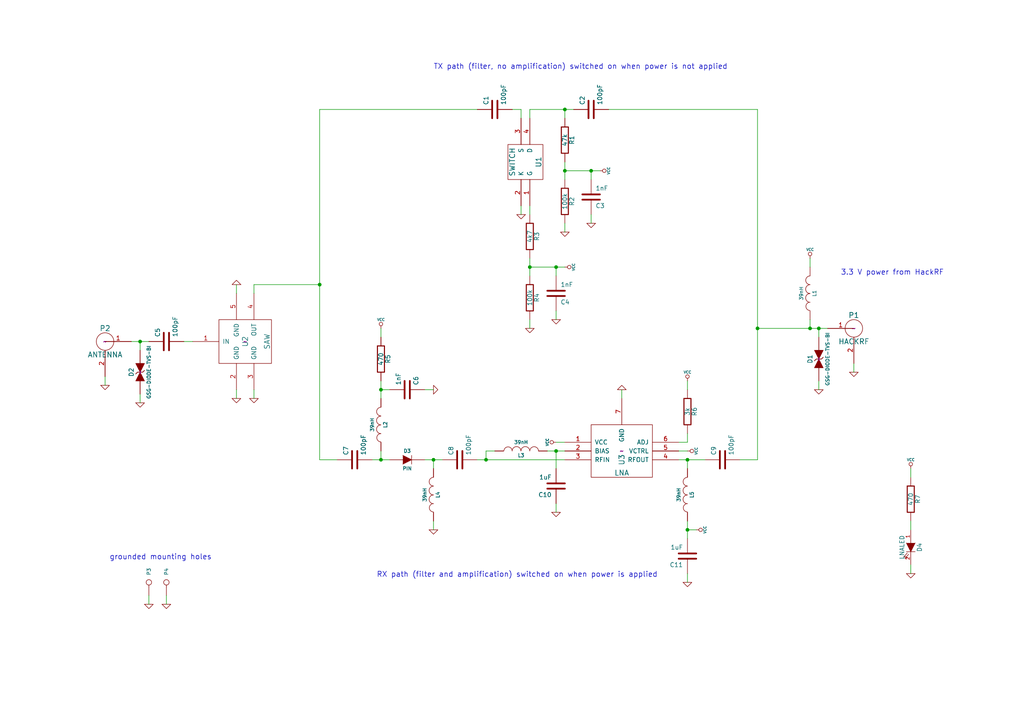
<source format=kicad_sch>
(kicad_sch (version 20230121) (generator eeschema)
  (paper "A4")
  (title_block (date "13 apr 2014"))
  (lib_symbols
    (symbol "LNA915-rescue:C" (pin_numbers hide) (pin_names (offset 0.254))
      (property "Reference" "C" (at 1.27 2.54 0))
      (property "Value" "C" (at 1.27 -2.54 0))
      (symbol "C_0_1"
        (polyline (pts (xy -2.54 -0.762) (xy 2.54 -0.762)) (stroke (width 0.508)))
        (polyline (pts (xy -2.54 0.762) (xy 2.54 0.762)) (stroke (width 0.508)))
      )
      (symbol "C_1_1"
        (pin passive line (at 0 5.08 270) (length 4.318) (name "~") (number "1"))
        (pin passive line (at 0 -5.08 90) (length 4.318) (name "~") (number "2"))
      )
    )
    (symbol "LNA915-rescue:CONN_1" (pin_numbers hide) (pin_names (offset 0.762) hide)
      (property "Reference" "P" (at 2.032 0 0))
      (symbol "CONN_1_0_1"
        (polyline (pts (xy -0.762 0) (xy -1.27 0)))
        (circle (center 0 0) (radius 0.7874))
      )
      (symbol "CONN_1_1_1"
        (pin passive line (at -3.81 0 0) (length 2.54) (name "1") (number "1"))
      )
    )
    (symbol "LNA915-rescue:DIODE" (pin_numbers hide) (pin_names (offset 1.016) hide)
      (property "Reference" "D" (at 0 2.54 0))
      (property "Value" "DIODE" (at 0 -2.54 0))
      (symbol "DIODE_0_1"
        (polyline (pts (xy 1.27 1.27) (xy 1.27 -1.27)) (stroke (width 0.1524)))
        (polyline (pts (xy -1.27 1.27) (xy 1.27 0) (xy -1.27 -1.27)) (fill (type outline)))
      )
      (symbol "DIODE_1_1"
        (pin passive line (at -5.08 0 0) (length 3.81) (name "A") (number "1"))
        (pin passive line (at 5.08 0 180) (length 3.81) (name "K") (number "2"))
      )
    )
    (symbol "LNA915-rescue:GND" (power) (pin_names (offset 0))
      (symbol "GND_0_1"
        (polyline (pts (xy -1.27 0) (xy 0 -1.27) (xy 1.27 0) (xy -1.27 0)))
      )
      (symbol "GND_1_1"
        (pin power_in line (at 0 0 90) (length 0) hide (name "GND") (number "1"))
      )
    )
    (symbol "LNA915-rescue:INDUCTOR" (pin_numbers hide) (pin_names (offset 1.016) hide)
      (property "Reference" "L" (at -1.27 0 90))
      (property "Value" "INDUCTOR" (at 2.54 0 90))
      (symbol "INDUCTOR_0_1"
        (arc (start 0.0254 -5.0546) (mid 1.2449 -3.8097) (end 0.0254 -2.54))
        (arc (start 0.0254 -2.5146) (mid 1.2703 -1.2444) (end 0.0254 0.0508))
        (arc (start 0.0254 0.0254) (mid 1.2703 1.2956) (end 0.0254 2.5908))
        (arc (start 0.0254 2.5654) (mid 1.1941 3.7595) (end 0.0254 4.9784))
      )
      (symbol "INDUCTOR_1_1"
        (pin passive line (at 0 7.62 270) (length 2.54) (name "1") (number "1"))
        (pin passive line (at 0 -7.62 90) (length 2.54) (name "2") (number "2"))
      )
    )
    (symbol "LNA915-rescue:LED" (pin_names (offset 1.016) hide)
      (property "Reference" "D" (at 0 2.54 0))
      (property "Value" "LED" (at 0 -2.54 0))
      (symbol "LED_0_1"
        (polyline (pts (xy 1.27 1.27) (xy 1.27 -1.27)))
        (polyline (pts (xy -1.27 1.27) (xy 1.27 0) (xy -1.27 -1.27)) (fill (type outline)))
        (polyline (pts (xy 1.651 -1.016) (xy 2.794 -2.032) (xy 2.667 -1.397)))
        (polyline (pts (xy 2.032 -0.635) (xy 3.175 -1.651) (xy 3.048 -1.016)))
      )
      (symbol "LED_1_1"
        (pin passive line (at -5.08 0 0) (length 3.81) (name "A") (number "1"))
        (pin passive line (at 5.08 0 180) (length 3.81) (name "K") (number "2"))
      )
    )
    (symbol "LNA915-rescue:R" (pin_numbers hide) (pin_names (offset 0))
      (property "Reference" "R" (at 2.032 0 90))
      (property "Value" "R" (at 0 0 90))
      (symbol "R_0_1"
        (rectangle (start -1.016 3.81) (end 1.016 -3.81) (stroke (width 0.3048)))
      )
      (symbol "R_1_1"
        (pin passive line (at 0 6.35 270) (length 2.54) (name "~") (number "1"))
        (pin passive line (at 0 -6.35 90) (length 2.54) (name "~") (number "2"))
      )
    )
    (symbol "LNA915-rescue:VCC" (power) (pin_names (offset 0))
      (property "Value" "VCC" (at 0 2.54 0))
      (symbol "VCC_0_0"
        (pin power_in line (at 0 0 90) (length 0) hide (name "VCC") (number "1"))
      )
      (symbol "VCC_0_1"
        (polyline (pts (xy 0 0) (xy 0 0.762) (xy 0 0.762)))
        (circle (center 0 1.27) (radius 0.508))
      )
    )
    (symbol "hackrf:BF1118" (pin_names (offset 1.016))
      (property "Reference" "U" (at 0 3.81 0))
      (property "Value" "BF1118" (at 0 -3.81 0))
      (symbol "BF1118_0_1"
        (rectangle (start -5.08 5.08) (end 5.08 -5.08))
      )
      (symbol "BF1118_1_1"
        (pin input line (at -12.7 1.27 0) (length 7.62) (name "G") (number "1"))
        (pin power_in line (at -12.7 -1.27 0) (length 7.62) (name "K") (number "2"))
        (pin bidirectional line (at 12.7 -1.27 180) (length 7.62) (name "S") (number "3"))
        (pin bidirectional line (at 12.7 1.27 180) (length 7.62) (name "D") (number "4"))
      )
    )
    (symbol "hackrf:BGB741L7ESD" (pin_names (offset 1.016))
      (property "Reference" "U" (at 0 -2.54 90))
      (property "Value" "BGB741L7ESD" (at 0 -6.35 0))
      (symbol "BGB741L7ESD_0_1"
        (rectangle (start -8.89 7.62) (end 8.89 -7.62))
      )
      (symbol "BGB741L7ESD_1_1"
        (pin power_in line (at -16.51 2.54 0) (length 7.62) (name "VCC") (number "1"))
        (pin output line (at -16.51 0 0) (length 7.62) (name "BIAS") (number "2"))
        (pin input line (at -16.51 -2.54 0) (length 7.62) (name "RFIN") (number "3"))
        (pin output line (at 16.51 -2.54 180) (length 7.62) (name "RFOUT") (number "4"))
        (pin input line (at 16.51 0 180) (length 7.62) (name "VCTRL") (number "5"))
        (pin input line (at 16.51 2.54 180) (length 7.62) (name "ADJ") (number "6"))
        (pin power_in line (at 0 15.24 270) (length 7.62) (name "GND") (number "7"))
      )
    )
    (symbol "hackrf:FAR-F5QA" (pin_names (offset 1.016))
      (property "Reference" "U" (at 0 0 90))
      (property "Value" "FAR-F5QA" (at 6.35 0 90))
      (symbol "FAR-F5QA_0_1"
        (rectangle (start -7.62 6.35) (end 7.62 -6.35))
      )
      (symbol "FAR-F5QA_1_1"
        (pin bidirectional line (at -15.24 0 0) (length 7.62) (name "IN") (number "1"))
        (pin power_in line (at -2.54 -13.97 90) (length 7.62) (name "GND") (number "2"))
        (pin power_in line (at 2.54 -13.97 90) (length 7.62) (name "GND") (number "3"))
        (pin bidirectional line (at 2.54 13.97 270) (length 7.62) (name "OUT") (number "4"))
        (pin power_in line (at -2.54 13.97 270) (length 7.62) (name "GND") (number "5"))
      )
    )
    (symbol "hackrf:GSG-DIODE-TVS-BI" (pin_numbers hide) (pin_names (offset 1.016) hide)
      (property "Reference" "D" (at 0 2.54 0))
      (property "Value" "GSG-DIODE-TVS-BI" (at 0 -2.54 0))
      (symbol "GSG-DIODE-TVS-BI_0_1"
        (polyline (pts (xy -0.508 1.27) (xy 0 0.762) (xy 0 -0.762) (xy 0.508 -1.27) (xy 0.508 -1.27)) (stroke (width 0.2032)))
        (polyline (pts (xy 0 0) (xy -2.54 1.27) (xy -2.54 -1.27) (xy 0 0) (xy 0 0)) (fill (type outline)))
        (polyline (pts (xy 0 0) (xy 2.54 1.27) (xy 2.54 -1.27) (xy 0 0) (xy 0 0)) (fill (type outline)))
      )
      (symbol "GSG-DIODE-TVS-BI_1_1"
        (pin passive line (at -6.35 0 0) (length 3.81) (name "A") (number "1"))
        (pin passive line (at 6.35 0 180) (length 3.81) (name "K") (number "2"))
      )
    )
    (symbol "hackrf:GSG-RF-CONN" (pin_names (offset 0) hide)
      (property "Reference" "P" (at 0 3.81 0))
      (property "Value" "GSG-RF-CONN" (at 0 -3.81 0))
      (symbol "GSG-RF-CONN_0_1"
        (circle (center 0 0) (radius 2.54))
      )
      (symbol "GSG-RF-CONN_1_1"
        (pin bidirectional line (at 7.62 0 180) (length 7.62) (name "RF") (number "1"))
        (pin power_in line (at 0 -10.16 90) (length 7.62) (name "GND") (number "2"))
      )
    )
  )
  (junction (at 237.49 95.25))
  (junction (at 140.97 133.35))
  (junction (at 199.39 153.67))
  (junction (at 40.64 99.06))
  (junction (at 125.73 133.35))
  (junction (at 163.83 49.53))
  (junction (at 199.39 133.35))
  (junction (at 171.45 49.53))
  (junction (at 219.71 95.25))
  (junction (at 161.29 130.81))
  (junction (at 153.67 77.47))
  (junction (at 110.49 133.35))
  (junction (at 110.49 113.03))
  (junction (at 92.71 82.55))
  (junction (at 161.29 77.47))
  (junction (at 234.95 95.25))
  (junction (at 163.83 31.75))
  (wire (pts (xy 125.73 133.35) (xy 125.73 135.89)))
  (wire (pts (xy 219.71 95.25) (xy 219.71 133.35)))
  (wire (pts (xy 151.13 31.75) (xy 148.59 31.75)))
  (wire (pts (xy 171.45 49.53) (xy 173.99 49.53)))
  (wire (pts (xy 161.29 130.81) (xy 161.29 135.89)))
  (wire (pts (xy 125.73 153.67) (xy 125.73 151.13)))
  (wire (pts (xy 163.83 31.75) (xy 166.37 31.75)))
  (wire (pts (xy 110.49 110.49) (xy 110.49 113.03)))
  (wire (pts (xy 73.66 82.55) (xy 73.66 85.09)))
  (wire (pts (xy 199.39 151.13) (xy 199.39 153.67)))
  (wire (pts (xy 161.29 92.71) (xy 161.29 90.17)))
  (wire (pts (xy 161.29 130.81) (xy 163.83 130.81)))
  (wire (pts (xy 48.26 172.72) (xy 48.26 175.26)))
  (wire (pts (xy 199.39 153.67) (xy 201.93 153.67)))
  (wire (pts (xy 264.16 163.83) (xy 264.16 166.37)))
  (wire (pts (xy 234.95 92.71) (xy 234.95 95.25)))
  (wire (pts (xy 68.58 82.55) (xy 68.58 85.09)))
  (wire (pts (xy 161.29 148.59) (xy 161.29 146.05)))
  (wire (pts (xy 53.34 99.06) (xy 55.88 99.06)))
  (wire (pts (xy 151.13 62.23) (xy 151.13 59.69)))
  (wire (pts (xy 92.71 31.75) (xy 92.71 82.55)))
  (wire (pts (xy 161.29 128.27) (xy 163.83 128.27)))
  (wire (pts (xy 151.13 34.29) (xy 151.13 31.75)))
  (wire (pts (xy 40.64 99.06) (xy 40.64 101.6)))
  (wire (pts (xy 163.83 49.53) (xy 163.83 52.07)))
  (wire (pts (xy 264.16 135.89) (xy 264.16 138.43)))
  (wire (pts (xy 161.29 77.47) (xy 161.29 80.01)))
  (wire (pts (xy 219.71 31.75) (xy 219.71 95.25)))
  (wire (pts (xy 237.49 95.25) (xy 237.49 97.79)))
  (wire (pts (xy 40.64 99.06) (xy 43.18 99.06)))
  (wire (pts (xy 110.49 133.35) (xy 113.03 133.35)))
  (wire (pts (xy 68.58 113.03) (xy 68.58 115.57)))
  (wire (pts (xy 30.48 111.76) (xy 30.48 109.22)))
  (wire (pts (xy 163.83 46.99) (xy 163.83 49.53)))
  (wire (pts (xy 110.49 95.25) (xy 110.49 97.79)))
  (wire (pts (xy 110.49 113.03) (xy 110.49 115.57)))
  (wire (pts (xy 158.75 130.81) (xy 161.29 130.81)))
  (wire (pts (xy 153.67 77.47) (xy 161.29 77.47)))
  (wire (pts (xy 140.97 130.81) (xy 140.97 133.35)))
  (wire (pts (xy 153.67 77.47) (xy 153.67 80.01)))
  (wire (pts (xy 161.29 77.47) (xy 163.83 77.47)))
  (wire (pts (xy 219.71 95.25) (xy 234.95 95.25)))
  (wire (pts (xy 153.67 34.29) (xy 153.67 31.75)))
  (wire (pts (xy 153.67 31.75) (xy 163.83 31.75)))
  (wire (pts (xy 219.71 133.35) (xy 214.63 133.35)))
  (wire (pts (xy 199.39 128.27) (xy 199.39 125.73)))
  (wire (pts (xy 110.49 113.03) (xy 113.03 113.03)))
  (wire (pts (xy 196.85 130.81) (xy 199.39 130.81)))
  (wire (pts (xy 92.71 82.55) (xy 92.71 133.35)))
  (wire (pts (xy 199.39 110.49) (xy 199.39 113.03)))
  (wire (pts (xy 196.85 128.27) (xy 199.39 128.27)))
  (wire (pts (xy 92.71 31.75) (xy 138.43 31.75)))
  (wire (pts (xy 110.49 130.81) (xy 110.49 133.35)))
  (wire (pts (xy 140.97 133.35) (xy 163.83 133.35)))
  (wire (pts (xy 125.73 113.03) (xy 123.19 113.03)))
  (wire (pts (xy 234.95 95.25) (xy 237.49 95.25)))
  (wire (pts (xy 199.39 166.37) (xy 199.39 168.91)))
  (wire (pts (xy 92.71 133.35) (xy 97.79 133.35)))
  (wire (pts (xy 138.43 133.35) (xy 140.97 133.35)))
  (wire (pts (xy 176.53 31.75) (xy 219.71 31.75)))
  (wire (pts (xy 163.83 64.77) (xy 163.83 67.31)))
  (wire (pts (xy 199.39 133.35) (xy 204.47 133.35)))
  (wire (pts (xy 92.71 82.55) (xy 73.66 82.55)))
  (wire (pts (xy 264.16 151.13) (xy 264.16 153.67)))
  (wire (pts (xy 73.66 113.03) (xy 73.66 115.57)))
  (wire (pts (xy 237.49 95.25) (xy 240.03 95.25)))
  (wire (pts (xy 153.67 74.93) (xy 153.67 77.47)))
  (wire (pts (xy 199.39 153.67) (xy 199.39 156.21)))
  (wire (pts (xy 125.73 133.35) (xy 128.27 133.35)))
  (wire (pts (xy 38.1 99.06) (xy 40.64 99.06)))
  (wire (pts (xy 163.83 49.53) (xy 171.45 49.53)))
  (wire (pts (xy 199.39 133.35) (xy 199.39 135.89)))
  (wire (pts (xy 180.34 113.03) (xy 180.34 115.57)))
  (wire (pts (xy 153.67 95.25) (xy 153.67 92.71)))
  (wire (pts (xy 237.49 110.49) (xy 237.49 113.03)))
  (wire (pts (xy 123.19 133.35) (xy 125.73 133.35)))
  (wire (pts (xy 171.45 49.53) (xy 171.45 52.07)))
  (wire (pts (xy 234.95 74.93) (xy 234.95 77.47)))
  (wire (pts (xy 247.65 105.41) (xy 247.65 107.95)))
  (wire (pts (xy 43.18 172.72) (xy 43.18 175.26)))
  (wire (pts (xy 171.45 64.77) (xy 171.45 62.23)))
  (wire (pts (xy 40.64 116.84) (xy 40.64 114.3)))
  (wire (pts (xy 143.51 130.81) (xy 140.97 130.81)))
  (wire (pts (xy 163.83 31.75) (xy 163.83 34.29)))
  (wire (pts (xy 196.85 133.35) (xy 199.39 133.35)))
  (wire (pts (xy 107.95 133.35) (xy 110.49 133.35)))
  (wire (pts (xy 153.67 59.69) (xy 153.67 62.23)))
  (text "grounded mounting holes" (at 31.75 162.56 0) (effects (font (size 1.524 1.524)) (justify left bottom)))
  (text "TX path (filter, no amplification) switched on when power is not applied" (at 125.73 20.32 0) (effects (font (size 1.524 1.524)) (justify left bottom)))
  (text "3.3 V power from HackRF" (at 243.84 80.01 0) (effects (font (size 1.524 1.524)) (justify left bottom)))
  (text "RX path (filter and amplification) switched on when power is applied\n" (at 109.22 167.64 0) (effects (font (size 1.524 1.524)) (justify left bottom)))
  (symbol (lib_id "LNA915-rescue:DIODE") (at 118.11 133.35 0) (unit 1)
    (property "Reference" "D3" (at 118.11 130.81 0) (effects (font (size 1.016 1.016))))
    (property "Value" "PIN" (at 118.11 135.89 0) (effects (font (size 1.016 1.016))))
    (property "Manufacturer" "NXP" (effects hide))
    (property "Part Number" "BAP50-03" (effects hide))
    (property "Description" "DIODE PIN GP 50V 100MA SOD323" (effects hide))
  )
  (symbol (lib_id "hackrf:GSG-RF-CONN") (at 247.65 95.25 0) (mirror y) (unit 1)
    (property "Reference" "P1" (at 247.65 91.44 0) (effects (font (size 1.524 1.524))))
    (property "Value" "HACKRF" (at 247.65 99.06 0) (effects (font (size 1.524 1.524))))
    (property "Footprint" "~" (at 247.65 95.25 0) (effects (font (size 1.524 1.524))))
    (property "Datasheet" "~" (at 247.65 95.25 0) (effects (font (size 1.524 1.524))))
    (property "Manufacturer" "Linx Technology" (effects hide))
    (property "Part Number" "CONSMA003.062" (effects hide))
    (property "Description" "CONN SMA JACK 50 OHM EDGE MNT" (effects hide))
  )
  (symbol (lib_id "hackrf:GSG-DIODE-TVS-BI") (at 237.49 104.14 90) (unit 1)
    (property "Reference" "D1" (at 234.95 104.14 0))
    (property "Value" "GSG-DIODE-TVS-BI" (at 240.03 104.14 0) (effects (font (size 1.016 1.016))))
    (property "Footprint" "~" (at 237.49 104.14 0) (effects (font (size 1.524 1.524))))
    (property "Datasheet" "~" (at 237.49 104.14 0) (effects (font (size 1.524 1.524))))
    (property "Manufacturer" "Murata" (effects hide))
    (property "Part Number" "LXES15AAA1-100" (effects hide))
    (property "Description" "TVS DIODE ESD .05PF 15KV 0402" (effects hide))
  )
  (symbol (lib_id "LNA915-rescue:GND") (at 247.65 107.95 0) (unit 1)
    (property "Reference" "#PWR01" (effects hide))
    (property "Value" "GND" (effects hide))
  )
  (symbol (lib_id "LNA915-rescue:GND") (at 237.49 113.03 0) (unit 1)
    (property "Reference" "#PWR02" (effects hide))
    (property "Value" "GND" (effects hide))
  )
  (symbol (lib_id "LNA915-rescue:GND") (at 40.64 116.84 0) (unit 1)
    (property "Reference" "#PWR03" (effects hide))
    (property "Value" "GND" (effects hide))
  )
  (symbol (lib_id "LNA915-rescue:GND") (at 30.48 111.76 0) (unit 1)
    (property "Reference" "#PWR04" (effects hide))
    (property "Value" "GND" (effects hide))
  )
  (symbol (lib_id "LNA915-rescue:C") (at 48.26 99.06 90) (unit 1)
    (property "Reference" "C5" (at 45.72 97.79 0) (effects (justify left)))
    (property "Value" "100pF" (at 50.8 97.79 0) (effects (justify left)))
    (property "Manufacturer" "Murata" (effects hide))
    (property "Part Number" "GRM1555C1H101JA01D" (effects hide))
    (property "Description" "CAP CER 100PF 50V 5% NP0 0402" (effects hide))
  )
  (symbol (lib_id "hackrf:FAR-F5QA") (at 71.12 99.06 0) (unit 1)
    (property "Reference" "U2" (at 71.12 99.06 90) (effects (font (size 1.524 1.524))))
    (property "Value" "SAW" (at 77.47 99.06 90) (effects (font (size 1.524 1.524))))
    (property "Footprint" "~" (at 71.12 99.06 0) (effects (font (size 1.524 1.524))))
    (property "Datasheet" "~" (at 71.12 99.06 0) (effects (font (size 1.524 1.524))))
    (property "Manufacturer" "Taiyo Yuden" (effects hide))
    (property "Part Number" "FAR-F5QA-915M00-M2AK-J" (effects hide))
    (property "Description" "FILTER SAW 915MHZ ISM900 SMD" (effects hide))
  )
  (symbol (lib_id "LNA915-rescue:GND") (at 68.58 115.57 0) (unit 1)
    (property "Reference" "#PWR05" (effects hide))
    (property "Value" "GND" (effects hide))
  )
  (symbol (lib_id "LNA915-rescue:GND") (at 73.66 115.57 0) (unit 1)
    (property "Reference" "#PWR06" (effects hide))
    (property "Value" "GND" (effects hide))
  )
  (symbol (lib_id "LNA915-rescue:GND") (at 68.58 82.55 180) (unit 1)
    (property "Reference" "#PWR07" (effects hide))
    (property "Value" "GND" (effects hide))
  )
  (symbol (lib_id "LNA915-rescue:LED") (at 264.16 158.75 270) (unit 1)
    (property "Reference" "D4" (at 266.7 158.75 0))
    (property "Value" "LNALED" (at 261.62 158.75 0))
    (property "Manufacturer" "Everlight" (effects hide))
    (property "Part Number" "QTLP601C4TR" (effects hide))
    (property "Description" "LED GREEN STD BRIGHT 0603 SMD" (effects hide))
  )
  (symbol (lib_id "hackrf:BGB741L7ESD") (at 180.34 130.81 0) (unit 1)
    (property "Reference" "U3" (at 180.34 133.35 90) (effects (font (size 1.524 1.524))))
    (property "Value" "LNA" (at 180.34 137.16 0) (effects (font (size 1.524 1.524))))
    (property "Footprint" "~" (at 180.34 130.81 0) (effects (font (size 1.524 1.524))))
    (property "Datasheet" "~" (at 180.34 130.81 0) (effects (font (size 1.524 1.524))))
    (property "Manufacturer" "Infineon" (effects hide))
    (property "Part Number" "BGB 741L7ESD E6327" (effects hide))
    (property "Description" "IC AMP MMIC LNA TSLP7-1" (effects hide))
  )
  (symbol (lib_id "LNA915-rescue:GND") (at 180.34 113.03 180) (unit 1)
    (property "Reference" "#PWR08" (effects hide))
    (property "Value" "GND" (effects hide))
  )
  (symbol (lib_id "LNA915-rescue:VCC") (at 161.29 128.27 90) (unit 1)
    (property "Reference" "#PWR09" (effects hide))
    (property "Value" "VCC" (at 158.75 128.27 0) (effects (font (size 0.762 0.762))))
  )
  (symbol (lib_id "LNA915-rescue:R") (at 199.39 119.38 0) (unit 1)
    (property "Reference" "R6" (at 201.422 119.38 90))
    (property "Value" "3k" (at 199.39 119.38 90))
    (property "Manufacturer" "Stackpole" (effects hide))
    (property "Part Number" "RMCF0402FT3K00" (effects hide))
    (property "Description" "RES 3K OHM 1/16W 1% 0402" (effects hide))
  )
  (symbol (lib_id "LNA915-rescue:VCC") (at 199.39 110.49 0) (unit 1)
    (property "Reference" "#PWR010" (effects hide))
    (property "Value" "VCC" (at 199.39 107.95 0) (effects (font (size 0.762 0.762))))
  )
  (symbol (lib_id "LNA915-rescue:VCC") (at 199.39 130.81 270) (unit 1)
    (property "Reference" "#PWR011" (effects hide))
    (property "Value" "VCC" (at 201.93 130.81 0) (effects (font (size 0.762 0.762))))
  )
  (symbol (lib_id "LNA915-rescue:INDUCTOR") (at 199.39 143.51 180) (unit 1)
    (property "Reference" "L5" (at 200.66 143.51 90) (effects (font (size 1.016 1.016))))
    (property "Value" "39nH" (at 196.85 143.51 90) (effects (font (size 1.016 1.016))))
    (property "Manufacturer" "Taiyo Yuden" (effects hide))
    (property "Part Number" "HK100539NJ-T" (effects hide))
    (property "Description" "INDUCTOR HI FREQ 39NH 5% 0402" (effects hide))
  )
  (symbol (lib_id "LNA915-rescue:VCC") (at 201.93 153.67 270) (unit 1)
    (property "Reference" "#PWR012" (effects hide))
    (property "Value" "VCC" (at 204.47 153.67 0) (effects (font (size 0.762 0.762))))
  )
  (symbol (lib_id "LNA915-rescue:C") (at 161.29 140.97 180) (unit 1)
    (property "Reference" "C10" (at 160.02 143.51 0) (effects (justify left)))
    (property "Value" "1uF" (at 160.02 138.43 0) (effects (justify left)))
    (property "Manufacturer" "Taiyo Yuden" (effects hide))
    (property "Part Number" "LMK105BJ105KV-F" (effects hide))
    (property "Description" "CAP CER 1UF 10V 10% X5R 0402" (effects hide))
  )
  (symbol (lib_id "LNA915-rescue:GND") (at 161.29 148.59 0) (unit 1)
    (property "Reference" "#PWR013" (effects hide))
    (property "Value" "GND" (effects hide))
  )
  (symbol (lib_id "LNA915-rescue:GND") (at 199.39 168.91 0) (unit 1)
    (property "Reference" "#PWR014" (effects hide))
    (property "Value" "GND" (effects hide))
  )
  (symbol (lib_id "LNA915-rescue:INDUCTOR") (at 151.13 130.81 90) (unit 1)
    (property "Reference" "L3" (at 151.13 132.08 90) (effects (font (size 1.016 1.016))))
    (property "Value" "39nH" (at 151.13 128.27 90) (effects (font (size 1.016 1.016))))
    (property "Manufacturer" "Taiyo Yuden" (effects hide))
    (property "Part Number" "HK100539NJ-T" (effects hide))
    (property "Description" "INDUCTOR HI FREQ 39NH 5% 0402" (effects hide))
  )
  (symbol (lib_id "LNA915-rescue:INDUCTOR") (at 234.95 85.09 180) (unit 1)
    (property "Reference" "L1" (at 236.22 85.09 90) (effects (font (size 1.016 1.016))))
    (property "Value" "39nH" (at 232.41 85.09 90) (effects (font (size 1.016 1.016))))
    (property "Manufacturer" "Taiyo Yuden" (effects hide))
    (property "Part Number" "HK100539NJ-T" (effects hide))
    (property "Description" "INDUCTOR HI FREQ 39NH 5% 0402" (effects hide))
  )
  (symbol (lib_id "LNA915-rescue:VCC") (at 234.95 74.93 0) (unit 1)
    (property "Reference" "#PWR015" (effects hide))
    (property "Value" "VCC" (at 234.95 72.39 0) (effects (font (size 0.762 0.762))))
  )
  (symbol (lib_id "LNA915-rescue:R") (at 264.16 144.78 0) (unit 1)
    (property "Reference" "R7" (at 266.192 144.78 90))
    (property "Value" "470" (at 264.16 144.78 90))
    (property "Manufacturer" "Stackpole" (effects hide))
    (property "Part Number" "RMCF0402JT470R" (effects hide))
    (property "Description" "RES TF 1/16W 470 OHM 5% 0402" (effects hide))
  )
  (symbol (lib_id "LNA915-rescue:GND") (at 264.16 166.37 0) (unit 1)
    (property "Reference" "#PWR016" (effects hide))
    (property "Value" "GND" (effects hide))
  )
  (symbol (lib_id "LNA915-rescue:VCC") (at 264.16 135.89 0) (unit 1)
    (property "Reference" "#PWR017" (effects hide))
    (property "Value" "VCC" (at 264.16 133.35 0) (effects (font (size 0.762 0.762))))
  )
  (symbol (lib_id "hackrf:BF1118") (at 152.4 46.99 270) (mirror x) (unit 1)
    (property "Reference" "U1" (at 156.21 46.99 0) (effects (font (size 1.524 1.524))))
    (property "Value" "SWITCH" (at 148.59 46.99 0) (effects (font (size 1.524 1.524))))
    (property "Manufacturer" "NXP" (effects hide))
    (property "Part Number" "BF1118,215" (effects hide))
    (property "Description" "IC RF SWITCH SOT143B" (effects hide))
  )
  (symbol (lib_id "LNA915-rescue:R") (at 163.83 40.64 0) (mirror x) (unit 1)
    (property "Reference" "R1" (at 165.862 40.64 90))
    (property "Value" "47k" (at 163.83 40.64 90))
    (property "Manufacturer" "Stackpole" (effects hide))
    (property "Part Number" "RMCF0402JT47K0" (effects hide))
    (property "Description" "RES 47K OHM 1/16W 5% 0402" (effects hide))
  )
  (symbol (lib_id "LNA915-rescue:GND") (at 171.45 64.77 0) (mirror y) (unit 1)
    (property "Reference" "#PWR018" (effects hide))
    (property "Value" "GND" (effects hide))
  )
  (symbol (lib_id "LNA915-rescue:GND") (at 163.83 67.31 0) (mirror y) (unit 1)
    (property "Reference" "#PWR019" (effects hide))
    (property "Value" "GND" (effects hide))
  )
  (symbol (lib_id "LNA915-rescue:VCC") (at 173.99 49.53 270) (mirror x) (unit 1)
    (property "Reference" "#PWR020" (effects hide))
    (property "Value" "VCC" (at 176.53 49.53 0) (effects (font (size 0.762 0.762))))
  )
  (symbol (lib_id "LNA915-rescue:R") (at 153.67 68.58 0) (mirror x) (unit 1)
    (property "Reference" "R3" (at 155.702 68.58 90))
    (property "Value" "4k7" (at 153.67 68.58 90))
    (property "Manufacturer" "Stackpole" (effects hide))
    (property "Part Number" "RMCF0402JT4K70" (effects hide))
    (property "Description" "RES 4.7K OHM 1/16W 5% 0402 SMD" (effects hide))
  )
  (symbol (lib_id "LNA915-rescue:R") (at 153.67 86.36 0) (mirror x) (unit 1)
    (property "Reference" "R4" (at 155.702 86.36 90))
    (property "Value" "100k" (at 153.67 86.36 90))
    (property "Manufacturer" "Stackpole" (effects hide))
    (property "Part Number" "RMCF0402JT100K" (effects hide))
    (property "Description" "RES 100K OHM 1/16W 5% 0402" (effects hide))
  )
  (symbol (lib_id "LNA915-rescue:GND") (at 153.67 95.25 0) (mirror y) (unit 1)
    (property "Reference" "#PWR021" (effects hide))
    (property "Value" "GND" (effects hide))
  )
  (symbol (lib_id "LNA915-rescue:GND") (at 161.29 92.71 0) (mirror y) (unit 1)
    (property "Reference" "#PWR022" (effects hide))
    (property "Value" "GND" (effects hide))
  )
  (symbol (lib_id "LNA915-rescue:VCC") (at 163.83 77.47 270) (mirror x) (unit 1)
    (property "Reference" "#PWR023" (effects hide))
    (property "Value" "VCC" (at 166.37 77.47 0) (effects (font (size 0.762 0.762))))
  )
  (symbol (lib_id "LNA915-rescue:GND") (at 151.13 62.23 0) (mirror y) (unit 1)
    (property "Reference" "#PWR024" (effects hide))
    (property "Value" "GND" (effects hide))
  )
  (symbol (lib_id "LNA915-rescue:INDUCTOR") (at 125.73 143.51 180) (unit 1)
    (property "Reference" "L4" (at 127 143.51 90) (effects (font (size 1.016 1.016))))
    (property "Value" "39nH" (at 123.19 143.51 90) (effects (font (size 1.016 1.016))))
    (property "Manufacturer" "Taiyo Yuden" (effects hide))
    (property "Part Number" "HK100539NJ-T" (effects hide))
    (property "Description" "INDUCTOR HI FREQ 39NH 5% 0402" (effects hide))
  )
  (symbol (lib_id "LNA915-rescue:GND") (at 125.73 153.67 0) (unit 1)
    (property "Reference" "#PWR025" (effects hide))
    (property "Value" "GND" (effects hide))
  )
  (symbol (lib_id "LNA915-rescue:INDUCTOR") (at 110.49 123.19 180) (unit 1)
    (property "Reference" "L2" (at 111.76 123.19 90) (effects (font (size 1.016 1.016))))
    (property "Value" "39nH" (at 107.95 123.19 90) (effects (font (size 1.016 1.016))))
    (property "Manufacturer" "Taiyo Yuden" (effects hide))
    (property "Part Number" "HK100539NJ-T" (effects hide))
    (property "Description" "INDUCTOR HI FREQ 39NH 5% 0402" (effects hide))
  )
  (symbol (lib_id "LNA915-rescue:VCC") (at 110.49 95.25 0) (unit 1)
    (property "Reference" "#PWR026" (effects hide))
    (property "Value" "VCC" (at 110.49 92.71 0) (effects (font (size 0.762 0.762))))
  )
  (symbol (lib_id "LNA915-rescue:C") (at 118.11 113.03 270) (mirror x) (unit 1)
    (property "Reference" "C6" (at 120.65 111.76 0) (effects (justify left)))
    (property "Value" "1nF" (at 115.57 111.76 0) (effects (justify left)))
    (property "Manufacturer" "Murata" (effects hide))
    (property "Part Number" "GRM155R71H102KA01D" (effects hide))
    (property "Description" "CAP CER 1000PF 50V 10% X7R 0402" (effects hide))
  )
  (symbol (lib_id "LNA915-rescue:GND") (at 125.73 113.03 90) (unit 1)
    (property "Reference" "#PWR027" (effects hide))
    (property "Value" "GND" (effects hide))
  )
  (symbol (lib_id "LNA915-rescue:C") (at 102.87 133.35 90) (unit 1)
    (property "Reference" "C7" (at 100.33 132.08 0) (effects (justify left)))
    (property "Value" "100pF" (at 105.41 132.08 0) (effects (justify left)))
    (property "Manufacturer" "Murata" (effects hide))
    (property "Part Number" "GRM1555C1H101JA01D" (effects hide))
    (property "Description" "CAP CER 100PF 50V 5% NP0 0402" (effects hide))
  )
  (symbol (lib_id "LNA915-rescue:C") (at 133.35 133.35 90) (unit 1)
    (property "Reference" "C8" (at 130.81 132.08 0) (effects (justify left)))
    (property "Value" "100pF" (at 135.89 132.08 0) (effects (justify left)))
    (property "Manufacturer" "Murata" (effects hide))
    (property "Part Number" "GRM1555C1H101JA01D" (effects hide))
    (property "Description" "CAP CER 100PF 50V 5% NP0 0402" (effects hide))
  )
  (symbol (lib_id "LNA915-rescue:C") (at 209.55 133.35 90) (unit 1)
    (property "Reference" "C9" (at 207.01 132.08 0) (effects (justify left)))
    (property "Value" "100pF" (at 212.09 132.08 0) (effects (justify left)))
    (property "Manufacturer" "Murata" (effects hide))
    (property "Part Number" "GRM1555C1H101JA01D" (effects hide))
    (property "Description" "CAP CER 100PF 50V 5% NP0 0402" (effects hide))
  )
  (symbol (lib_id "LNA915-rescue:C") (at 171.45 31.75 90) (unit 1)
    (property "Reference" "C2" (at 168.91 30.48 0) (effects (justify left)))
    (property "Value" "100pF" (at 173.99 30.48 0) (effects (justify left)))
    (property "Manufacturer" "Murata" (effects hide))
    (property "Part Number" "GRM1555C1H101JA01D" (effects hide))
    (property "Description" "CAP CER 100PF 50V 5% NP0 0402" (effects hide))
  )
  (symbol (lib_id "LNA915-rescue:C") (at 143.51 31.75 90) (unit 1)
    (property "Reference" "C1" (at 140.97 30.48 0) (effects (justify left)))
    (property "Value" "100pF" (at 146.05 30.48 0) (effects (justify left)))
    (property "Manufacturer" "Murata" (effects hide))
    (property "Part Number" "GRM1555C1H101JA01D" (effects hide))
    (property "Description" "CAP CER 100PF 50V 5% NP0 0402" (effects hide))
  )
  (symbol (lib_id "LNA915-rescue:C") (at 199.39 161.29 180) (unit 1)
    (property "Reference" "C11" (at 198.12 163.83 0) (effects (justify left)))
    (property "Value" "1uF" (at 198.12 158.75 0) (effects (justify left)))
    (property "Manufacturer" "Taiyo Yuden" (effects hide))
    (property "Part Number" "LMK105BJ105KV-F" (effects hide))
    (property "Description" "CAP CER 1UF 10V 10% X5R 0402" (effects hide))
  )
  (symbol (lib_id "hackrf:GSG-DIODE-TVS-BI") (at 40.64 107.95 90) (unit 1)
    (property "Reference" "D2" (at 38.1 107.95 0))
    (property "Value" "GSG-DIODE-TVS-BI" (at 43.18 107.95 0) (effects (font (size 1.016 1.016))))
    (property "Footprint" "~" (at 40.64 107.95 0) (effects (font (size 1.524 1.524))))
    (property "Datasheet" "~" (at 40.64 107.95 0) (effects (font (size 1.524 1.524))))
    (property "Manufacturer" "Murata" (effects hide))
    (property "Part Number" "LXES15AAA1-100" (effects hide))
    (property "Description" "TVS DIODE ESD .05PF 15KV 0402" (effects hide))
  )
  (symbol (lib_id "hackrf:GSG-RF-CONN") (at 30.48 99.06 0) (unit 1)
    (property "Reference" "P2" (at 30.48 95.25 0) (effects (font (size 1.524 1.524))))
    (property "Value" "ANTENNA" (at 30.48 102.87 0) (effects (font (size 1.524 1.524))))
    (property "Footprint" "~" (at 30.48 99.06 0) (effects (font (size 1.524 1.524))))
    (property "Datasheet" "~" (at 30.48 99.06 0) (effects (font (size 1.524 1.524))))
    (property "Manufacturer" "Linx Technology" (effects hide))
    (property "Part Number" "CONSMA003.062" (effects hide))
    (property "Description" "CONN SMA JACK 50 OHM EDGE MNT" (effects hide))
  )
  (symbol (lib_id "LNA915-rescue:R") (at 110.49 104.14 0) (unit 1)
    (property "Reference" "R5" (at 112.522 104.14 90))
    (property "Value" "470" (at 110.49 104.14 90))
    (property "Manufacturer" "Stackpole" (effects hide))
    (property "Part Number" "RMCF0402JT470R" (effects hide))
    (property "Description" "RES TF 1/16W 470 OHM 5% 0402" (effects hide))
  )
  (symbol (lib_id "LNA915-rescue:C") (at 161.29 85.09 0) (mirror x) (unit 1)
    (property "Reference" "C4" (at 162.56 87.63 0) (effects (justify left)))
    (property "Value" "1nF" (at 162.56 82.55 0) (effects (justify left)))
    (property "Manufacturer" "Murata" (effects hide))
    (property "Part Number" "GRM155R71H102KA01D" (effects hide))
    (property "Description" "CAP CER 1000PF 50V 10% X7R 0402" (effects hide))
  )
  (symbol (lib_id "LNA915-rescue:C") (at 171.45 57.15 0) (mirror x) (unit 1)
    (property "Reference" "C3" (at 172.72 59.69 0) (effects (justify left)))
    (property "Value" "1nF" (at 172.72 54.61 0) (effects (justify left)))
    (property "Manufacturer" "Murata" (effects hide))
    (property "Part Number" "GRM155R71H102KA01D" (effects hide))
    (property "Description" "CAP CER 1000PF 50V 10% X7R 0402" (effects hide))
  )
  (symbol (lib_id "LNA915-rescue:R") (at 163.83 58.42 0) (mirror x) (unit 1)
    (property "Reference" "R2" (at 165.862 58.42 90))
    (property "Value" "100k" (at 163.83 58.42 90))
    (property "Manufacturer" "Stackpole" (effects hide))
    (property "Part Number" "RMCF0402JT100K" (effects hide))
    (property "Description" "RES 100K OHM 1/16W 5% 0402" (effects hide))
  )
  (symbol (lib_id "LNA915-rescue:CONN_1") (at 43.18 168.91 90) (unit 1)
    (property "Reference" "P3" (at 43.18 166.878 0) (effects (font (size 1.016 1.016)) (justify left)))
    (property "Value" "CONN_1" (effects hide))
    (property "Note" "DNP" (effects hide))
  )
  (symbol (lib_id "LNA915-rescue:CONN_1") (at 48.26 168.91 90) (unit 1)
    (property "Reference" "P4" (at 48.26 166.878 0) (effects (font (size 1.016 1.016)) (justify left)))
    (property "Value" "CONN_1" (effects hide))
    (property "Note" "DNP" (effects hide))
  )
  (symbol (lib_id "LNA915-rescue:GND") (at 43.18 175.26 0) (unit 1)
    (property "Reference" "#PWR028" (effects hide))
    (property "Value" "GND" (effects hide))
  )
  (symbol (lib_id "LNA915-rescue:GND") (at 48.26 175.26 0) (unit 1)
    (property "Reference" "#PWR029" (effects hide))
    (property "Value" "GND" (effects hide))
  )
)
</source>
